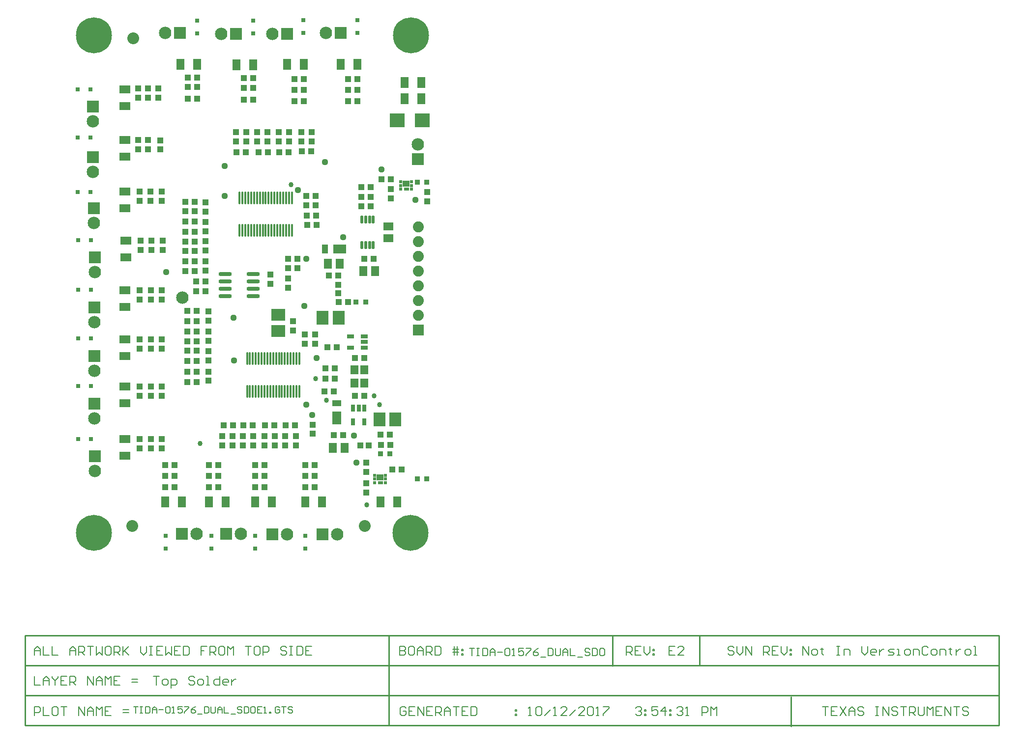
<source format=gts>
G04 Layer_Color=8388736*
%FSLAX25Y25*%
%MOIN*%
G70*
G01*
G75*
%ADD38C,0.01000*%
%ADD46C,0.00800*%
%ADD50C,0.08000*%
%ADD67O,0.01581X0.08471*%
%ADD68R,0.05400X0.06700*%
%ADD69R,0.05912X0.09061*%
%ADD70R,0.05912X0.03943*%
%ADD71R,0.02762X0.02762*%
%ADD72R,0.04140X0.04337*%
%ADD73R,0.05518X0.06306*%
%ADD74R,0.03600X0.03600*%
%ADD75R,0.02191X0.01975*%
%ADD76R,0.02091X0.01875*%
%ADD77R,0.04631X0.04434*%
%ADD78R,0.03647X0.01875*%
%ADD79R,0.08077X0.09258*%
%ADD80R,0.10243X0.09455*%
%ADD81R,0.04337X0.04140*%
%ADD82R,0.02959X0.04731*%
%ADD83R,0.05518X0.07684*%
%ADD84R,0.02762X0.02762*%
%ADD85R,0.04140X0.04337*%
%ADD86R,0.07684X0.05518*%
%ADD87R,0.04337X0.04140*%
%ADD88R,0.04731X0.02959*%
%ADD89R,0.09258X0.08077*%
%ADD90R,0.09061X0.05912*%
%ADD91R,0.03943X0.05912*%
%ADD92O,0.02172X0.05715*%
%ADD93R,0.06700X0.05400*%
%ADD94O,0.09061X0.02762*%
%ADD95C,0.03400*%
%ADD96C,0.07408*%
%ADD97R,0.07408X0.07408*%
%ADD98C,0.08400*%
%ADD99R,0.08400X0.08400*%
%ADD100C,0.24400*%
%ADD101C,0.04400*%
%ADD102R,0.08400X0.08400*%
G54D38*
X428000Y-72683D02*
Y-52350D01*
X369000Y-73000D02*
Y-52667D01*
X-29200Y-72683D02*
X631000D01*
X-29200Y-93017D02*
X630800D01*
X-29200Y-113350D02*
X371300D01*
X-29150Y-52350D02*
X631000D01*
X-29150Y-113350D02*
Y-52350D01*
Y-113350D02*
X128400D01*
X-29200D02*
Y-52350D01*
X217300Y-113350D02*
Y-52350D01*
X631000Y-113350D02*
Y-52350D01*
X371300Y-113350D02*
X631000D01*
X490200Y-114000D02*
Y-93717D01*
G54D46*
X57700Y-79851D02*
X61699D01*
X59699D01*
Y-85849D01*
X64698D02*
X66697D01*
X67697Y-84850D01*
Y-82850D01*
X66697Y-81851D01*
X64698D01*
X63698Y-82850D01*
Y-84850D01*
X64698Y-85849D01*
X69696Y-87849D02*
Y-81851D01*
X72695D01*
X73695Y-82850D01*
Y-84850D01*
X72695Y-85849D01*
X69696D01*
X85691Y-80851D02*
X84691Y-79851D01*
X82692D01*
X81692Y-80851D01*
Y-81851D01*
X82692Y-82850D01*
X84691D01*
X85691Y-83850D01*
Y-84850D01*
X84691Y-85849D01*
X82692D01*
X81692Y-84850D01*
X88690Y-85849D02*
X90689D01*
X91689Y-84850D01*
Y-82850D01*
X90689Y-81851D01*
X88690D01*
X87690Y-82850D01*
Y-84850D01*
X88690Y-85849D01*
X93688D02*
X95688D01*
X94688D01*
Y-79851D01*
X93688D01*
X102685D02*
Y-85849D01*
X99686D01*
X98687Y-84850D01*
Y-82850D01*
X99686Y-81851D01*
X102685D01*
X107684Y-85849D02*
X105684D01*
X104685Y-84850D01*
Y-82850D01*
X105684Y-81851D01*
X107684D01*
X108684Y-82850D01*
Y-83850D01*
X104685D01*
X110683Y-81851D02*
Y-85849D01*
Y-83850D01*
X111682Y-82850D01*
X112682Y-81851D01*
X113682D01*
X57700Y-79851D02*
X61699D01*
X59699D01*
Y-85849D01*
X64698D02*
X66697D01*
X67697Y-84850D01*
Y-82850D01*
X66697Y-81851D01*
X64698D01*
X63698Y-82850D01*
Y-84850D01*
X64698Y-85849D01*
X69696Y-87849D02*
Y-81851D01*
X72695D01*
X73695Y-82850D01*
Y-84850D01*
X72695Y-85849D01*
X69696D01*
X85691Y-80851D02*
X84691Y-79851D01*
X82692D01*
X81692Y-80851D01*
Y-81851D01*
X82692Y-82850D01*
X84691D01*
X85691Y-83850D01*
Y-84850D01*
X84691Y-85849D01*
X82692D01*
X81692Y-84850D01*
X88690Y-85849D02*
X90689D01*
X91689Y-84850D01*
Y-82850D01*
X90689Y-81851D01*
X88690D01*
X87690Y-82850D01*
Y-84850D01*
X88690Y-85849D01*
X93688D02*
X95688D01*
X94688D01*
Y-79851D01*
X93688D01*
X102685D02*
Y-85849D01*
X99686D01*
X98687Y-84850D01*
Y-82850D01*
X99686Y-81851D01*
X102685D01*
X107684Y-85849D02*
X105684D01*
X104685Y-84850D01*
Y-82850D01*
X105684Y-81851D01*
X107684D01*
X108684Y-82850D01*
Y-83850D01*
X104685D01*
X110683Y-81851D02*
Y-85849D01*
Y-83850D01*
X111682Y-82850D01*
X112682Y-81851D01*
X113682D01*
X498200Y-65567D02*
Y-59569D01*
X502199Y-65567D01*
Y-59569D01*
X505198Y-65567D02*
X507197D01*
X508197Y-64567D01*
Y-62568D01*
X507197Y-61568D01*
X505198D01*
X504198Y-62568D01*
Y-64567D01*
X505198Y-65567D01*
X511196Y-60568D02*
Y-61568D01*
X510196D01*
X512195D01*
X511196D01*
Y-64567D01*
X512195Y-65567D01*
X521193Y-59569D02*
X523192D01*
X522192D01*
Y-65567D01*
X521193D01*
X523192D01*
X526191D02*
Y-61568D01*
X529190D01*
X530190Y-62568D01*
Y-65567D01*
X538187Y-59569D02*
Y-63567D01*
X540186Y-65567D01*
X542186Y-63567D01*
Y-59569D01*
X547184Y-65567D02*
X545185D01*
X544185Y-64567D01*
Y-62568D01*
X545185Y-61568D01*
X547184D01*
X548184Y-62568D01*
Y-63567D01*
X544185D01*
X550183Y-61568D02*
Y-65567D01*
Y-63567D01*
X551183Y-62568D01*
X552182Y-61568D01*
X553182D01*
X556181Y-65567D02*
X559180D01*
X560180Y-64567D01*
X559180Y-63567D01*
X557181D01*
X556181Y-62568D01*
X557181Y-61568D01*
X560180D01*
X562179Y-65567D02*
X564179D01*
X563179D01*
Y-61568D01*
X562179D01*
X568177Y-65567D02*
X570177D01*
X571176Y-64567D01*
Y-62568D01*
X570177Y-61568D01*
X568177D01*
X567178Y-62568D01*
Y-64567D01*
X568177Y-65567D01*
X573176D02*
Y-61568D01*
X576175D01*
X577174Y-62568D01*
Y-65567D01*
X583173Y-60568D02*
X582173Y-59569D01*
X580173D01*
X579174Y-60568D01*
Y-64567D01*
X580173Y-65567D01*
X582173D01*
X583173Y-64567D01*
X586171Y-65567D02*
X588171D01*
X589171Y-64567D01*
Y-62568D01*
X588171Y-61568D01*
X586171D01*
X585172Y-62568D01*
Y-64567D01*
X586171Y-65567D01*
X591170D02*
Y-61568D01*
X594169D01*
X595169Y-62568D01*
Y-65567D01*
X598168Y-60568D02*
Y-61568D01*
X597168D01*
X599167D01*
X598168D01*
Y-64567D01*
X599167Y-65567D01*
X602166Y-61568D02*
Y-65567D01*
Y-63567D01*
X603166Y-62568D01*
X604166Y-61568D01*
X605165D01*
X609164Y-65567D02*
X611164D01*
X612163Y-64567D01*
Y-62568D01*
X611164Y-61568D01*
X609164D01*
X608164Y-62568D01*
Y-64567D01*
X609164Y-65567D01*
X614162D02*
X616162D01*
X615162D01*
Y-59569D01*
X614162D01*
X451599Y-60568D02*
X450599Y-59569D01*
X448600D01*
X447600Y-60568D01*
Y-61568D01*
X448600Y-62568D01*
X450599D01*
X451599Y-63567D01*
Y-64567D01*
X450599Y-65567D01*
X448600D01*
X447600Y-64567D01*
X453598Y-59569D02*
Y-63567D01*
X455597Y-65567D01*
X457597Y-63567D01*
Y-59569D01*
X459596Y-65567D02*
Y-59569D01*
X463595Y-65567D01*
Y-59569D01*
X471592Y-65567D02*
Y-59569D01*
X474591D01*
X475591Y-60568D01*
Y-62568D01*
X474591Y-63567D01*
X471592D01*
X473592D02*
X475591Y-65567D01*
X481589Y-59569D02*
X477590D01*
Y-65567D01*
X481589D01*
X477590Y-62568D02*
X479590D01*
X483588Y-59569D02*
Y-63567D01*
X485588Y-65567D01*
X487587Y-63567D01*
Y-59569D01*
X489586Y-61568D02*
X490586D01*
Y-62568D01*
X489586D01*
Y-61568D01*
Y-64567D02*
X490586D01*
Y-65567D01*
X489586D01*
Y-64567D01*
X378500Y-65700D02*
Y-59702D01*
X381499D01*
X382499Y-60702D01*
Y-62701D01*
X381499Y-63701D01*
X378500D01*
X380499D02*
X382499Y-65700D01*
X388497Y-59702D02*
X384498D01*
Y-65700D01*
X388497D01*
X384498Y-62701D02*
X386497D01*
X390496Y-59702D02*
Y-63701D01*
X392495Y-65700D01*
X394495Y-63701D01*
Y-59702D01*
X396494Y-61701D02*
X397494D01*
Y-62701D01*
X396494D01*
Y-61701D01*
Y-64700D02*
X397494D01*
Y-65700D01*
X396494D01*
Y-64700D01*
X411489Y-59702D02*
X407491D01*
Y-65700D01*
X411489D01*
X407491Y-62701D02*
X409490D01*
X417487Y-65700D02*
X413489D01*
X417487Y-61701D01*
Y-60702D01*
X416488Y-59702D01*
X414488D01*
X413489Y-60702D01*
X44300Y-100401D02*
X47299D01*
X45799D01*
Y-104900D01*
X48799Y-100401D02*
X50298D01*
X49548D01*
Y-104900D01*
X48799D01*
X50298D01*
X52547Y-100401D02*
Y-104900D01*
X54797D01*
X55546Y-104150D01*
Y-101151D01*
X54797Y-100401D01*
X52547D01*
X57046Y-104900D02*
Y-101901D01*
X58545Y-100401D01*
X60045Y-101901D01*
Y-104900D01*
Y-102651D01*
X57046D01*
X61544D02*
X64543D01*
X66043Y-101151D02*
X66793Y-100401D01*
X68292D01*
X69042Y-101151D01*
Y-104150D01*
X68292Y-104900D01*
X66793D01*
X66043Y-104150D01*
Y-101151D01*
X70542Y-104900D02*
X72041D01*
X71291D01*
Y-100401D01*
X70542Y-101151D01*
X77289Y-100401D02*
X74290D01*
Y-102651D01*
X75790Y-101901D01*
X76540D01*
X77289Y-102651D01*
Y-104150D01*
X76540Y-104900D01*
X75040D01*
X74290Y-104150D01*
X78789Y-100401D02*
X81788D01*
Y-101151D01*
X78789Y-104150D01*
Y-104900D01*
X86286Y-100401D02*
X84787Y-101151D01*
X83287Y-102651D01*
Y-104150D01*
X84037Y-104900D01*
X85537D01*
X86286Y-104150D01*
Y-103401D01*
X85537Y-102651D01*
X83287D01*
X87786Y-105650D02*
X90785D01*
X92285Y-100401D02*
Y-104900D01*
X94534D01*
X95284Y-104150D01*
Y-101151D01*
X94534Y-100401D01*
X92285D01*
X96783D02*
Y-104150D01*
X97533Y-104900D01*
X99032D01*
X99782Y-104150D01*
Y-100401D01*
X101282Y-104900D02*
Y-101901D01*
X102781Y-100401D01*
X104281Y-101901D01*
Y-104900D01*
Y-102651D01*
X101282D01*
X105780Y-100401D02*
Y-104900D01*
X108779D01*
X110279Y-105650D02*
X113278D01*
X117776Y-101151D02*
X117026Y-100401D01*
X115527D01*
X114777Y-101151D01*
Y-101901D01*
X115527Y-102651D01*
X117026D01*
X117776Y-103401D01*
Y-104150D01*
X117026Y-104900D01*
X115527D01*
X114777Y-104150D01*
X119276Y-100401D02*
Y-104900D01*
X121525D01*
X122275Y-104150D01*
Y-101151D01*
X121525Y-100401D01*
X119276D01*
X126024D02*
X124524D01*
X123774Y-101151D01*
Y-104150D01*
X124524Y-104900D01*
X126024D01*
X126773Y-104150D01*
Y-101151D01*
X126024Y-100401D01*
X131272D02*
X128273D01*
Y-104900D01*
X131272D01*
X128273Y-102651D02*
X129772D01*
X132772Y-104900D02*
X134271D01*
X133521D01*
Y-100401D01*
X132772Y-101151D01*
X136520Y-104900D02*
Y-104150D01*
X137270D01*
Y-104900D01*
X136520D01*
X143268Y-101151D02*
X142518Y-100401D01*
X141019D01*
X140269Y-101151D01*
Y-104150D01*
X141019Y-104900D01*
X142518D01*
X143268Y-104150D01*
Y-102651D01*
X141769D01*
X144768Y-100401D02*
X147767D01*
X146267D01*
Y-104900D01*
X152265Y-101151D02*
X151515Y-100401D01*
X150016D01*
X149266Y-101151D01*
Y-101901D01*
X150016Y-102651D01*
X151515D01*
X152265Y-103401D01*
Y-104150D01*
X151515Y-104900D01*
X150016D01*
X149266Y-104150D01*
X311950Y-106433D02*
X313949D01*
X312950D01*
Y-100435D01*
X311950Y-101435D01*
X316948D02*
X317948Y-100435D01*
X319947D01*
X320947Y-101435D01*
Y-105434D01*
X319947Y-106433D01*
X317948D01*
X316948Y-105434D01*
Y-101435D01*
X322946Y-106433D02*
X326945Y-102435D01*
X328944Y-106433D02*
X330944D01*
X329944D01*
Y-100435D01*
X328944Y-101435D01*
X337942Y-106433D02*
X333943D01*
X337942Y-102435D01*
Y-101435D01*
X336942Y-100435D01*
X334943D01*
X333943Y-101435D01*
X339941Y-106433D02*
X343940Y-102435D01*
X349938Y-106433D02*
X345939D01*
X349938Y-102435D01*
Y-101435D01*
X348938Y-100435D01*
X346939D01*
X345939Y-101435D01*
X351937D02*
X352937Y-100435D01*
X354936D01*
X355936Y-101435D01*
Y-105434D01*
X354936Y-106433D01*
X352937D01*
X351937Y-105434D01*
Y-101435D01*
X357935Y-106433D02*
X359934D01*
X358935D01*
Y-100435D01*
X357935Y-101435D01*
X362933Y-100435D02*
X366932D01*
Y-101435D01*
X362933Y-105434D01*
Y-106433D01*
X228999Y-101435D02*
X227999Y-100435D01*
X226000D01*
X225000Y-101435D01*
Y-105434D01*
X226000Y-106433D01*
X227999D01*
X228999Y-105434D01*
Y-103435D01*
X226999D01*
X234997Y-100435D02*
X230998D01*
Y-106433D01*
X234997D01*
X230998Y-103435D02*
X232997D01*
X236996Y-106433D02*
Y-100435D01*
X240995Y-106433D01*
Y-100435D01*
X246993D02*
X242994D01*
Y-106433D01*
X246993D01*
X242994Y-103435D02*
X244993D01*
X248992Y-106433D02*
Y-100435D01*
X251991D01*
X252991Y-101435D01*
Y-103435D01*
X251991Y-104434D01*
X248992D01*
X250992D02*
X252991Y-106433D01*
X254990D02*
Y-102435D01*
X256990Y-100435D01*
X258989Y-102435D01*
Y-106433D01*
Y-103435D01*
X254990D01*
X260988Y-100435D02*
X264987D01*
X262988D01*
Y-106433D01*
X270985Y-100435D02*
X266986D01*
Y-106433D01*
X270985D01*
X266986Y-103435D02*
X268986D01*
X272985Y-100435D02*
Y-106433D01*
X275984D01*
X276983Y-105434D01*
Y-101435D01*
X275984Y-100435D01*
X272985D01*
X302975Y-102435D02*
X303975D01*
Y-103435D01*
X302975D01*
Y-102435D01*
Y-105434D02*
X303975D01*
Y-106433D01*
X302975D01*
Y-105434D01*
X-22850Y-65567D02*
Y-61568D01*
X-20851Y-59569D01*
X-18851Y-61568D01*
Y-65567D01*
Y-62568D01*
X-22850D01*
X-16852Y-59569D02*
Y-65567D01*
X-12853D01*
X-10854Y-59569D02*
Y-65567D01*
X-6855D01*
X1142D02*
Y-61568D01*
X3142Y-59569D01*
X5141Y-61568D01*
Y-65567D01*
Y-62568D01*
X1142D01*
X7140Y-65567D02*
Y-59569D01*
X10139D01*
X11139Y-60568D01*
Y-62568D01*
X10139Y-63567D01*
X7140D01*
X9140D02*
X11139Y-65567D01*
X13138Y-59569D02*
X17137D01*
X15138D01*
Y-65567D01*
X19136Y-59569D02*
Y-65567D01*
X21136Y-63567D01*
X23135Y-65567D01*
Y-59569D01*
X28133D02*
X26134D01*
X25135Y-60568D01*
Y-64567D01*
X26134Y-65567D01*
X28133D01*
X29133Y-64567D01*
Y-60568D01*
X28133Y-59569D01*
X31133Y-65567D02*
Y-59569D01*
X34132D01*
X35131Y-60568D01*
Y-62568D01*
X34132Y-63567D01*
X31133D01*
X33132D02*
X35131Y-65567D01*
X37131Y-59569D02*
Y-65567D01*
Y-63567D01*
X41129Y-59569D01*
X38130Y-62568D01*
X41129Y-65567D01*
X49127Y-59569D02*
Y-63567D01*
X51126Y-65567D01*
X53125Y-63567D01*
Y-59569D01*
X55125D02*
X57124D01*
X56125D01*
Y-65567D01*
X55125D01*
X57124D01*
X64122Y-59569D02*
X60123D01*
Y-65567D01*
X64122D01*
X60123Y-62568D02*
X62122D01*
X66121Y-59569D02*
Y-65567D01*
X68121Y-63567D01*
X70120Y-65567D01*
Y-59569D01*
X76118D02*
X72119D01*
Y-65567D01*
X76118D01*
X72119Y-62568D02*
X74119D01*
X78117Y-59569D02*
Y-65567D01*
X81116D01*
X82116Y-64567D01*
Y-60568D01*
X81116Y-59569D01*
X78117D01*
X94112D02*
X90114D01*
Y-62568D01*
X92113D01*
X90114D01*
Y-65567D01*
X96112D02*
Y-59569D01*
X99111D01*
X100110Y-60568D01*
Y-62568D01*
X99111Y-63567D01*
X96112D01*
X98111D02*
X100110Y-65567D01*
X105109Y-59569D02*
X103109D01*
X102110Y-60568D01*
Y-64567D01*
X103109Y-65567D01*
X105109D01*
X106108Y-64567D01*
Y-60568D01*
X105109Y-59569D01*
X108108Y-65567D02*
Y-59569D01*
X110107Y-61568D01*
X112106Y-59569D01*
Y-65567D01*
X120104Y-59569D02*
X124102D01*
X122103D01*
Y-65567D01*
X129101Y-59569D02*
X127102D01*
X126102Y-60568D01*
Y-64567D01*
X127102Y-65567D01*
X129101D01*
X130101Y-64567D01*
Y-60568D01*
X129101Y-59569D01*
X132100Y-65567D02*
Y-59569D01*
X135099D01*
X136099Y-60568D01*
Y-62568D01*
X135099Y-63567D01*
X132100D01*
X148095Y-60568D02*
X147095Y-59569D01*
X145096D01*
X144096Y-60568D01*
Y-61568D01*
X145096Y-62568D01*
X147095D01*
X148095Y-63567D01*
Y-64567D01*
X147095Y-65567D01*
X145096D01*
X144096Y-64567D01*
X150094Y-59569D02*
X152093D01*
X151094D01*
Y-65567D01*
X150094D01*
X152093D01*
X155092Y-59569D02*
Y-65567D01*
X158091D01*
X159091Y-64567D01*
Y-60568D01*
X158091Y-59569D01*
X155092D01*
X165089D02*
X161091D01*
Y-65567D01*
X165089D01*
X161091Y-62568D02*
X163090D01*
X272000Y-61002D02*
X275332D01*
X273666D01*
Y-66000D01*
X276998Y-61002D02*
X278664D01*
X277831D01*
Y-66000D01*
X276998D01*
X278664D01*
X281164Y-61002D02*
Y-66000D01*
X283663D01*
X284496Y-65167D01*
Y-61835D01*
X283663Y-61002D01*
X281164D01*
X286162Y-66000D02*
Y-62668D01*
X287828Y-61002D01*
X289494Y-62668D01*
Y-66000D01*
Y-63501D01*
X286162D01*
X291160D02*
X294493D01*
X296159Y-61835D02*
X296992Y-61002D01*
X298658D01*
X299491Y-61835D01*
Y-65167D01*
X298658Y-66000D01*
X296992D01*
X296159Y-65167D01*
Y-61835D01*
X301157Y-66000D02*
X302823D01*
X301990D01*
Y-61002D01*
X301157Y-61835D01*
X308655Y-61002D02*
X305323D01*
Y-63501D01*
X306989Y-62668D01*
X307822D01*
X308655Y-63501D01*
Y-65167D01*
X307822Y-66000D01*
X306156D01*
X305323Y-65167D01*
X310321Y-61002D02*
X313653D01*
Y-61835D01*
X310321Y-65167D01*
Y-66000D01*
X318652Y-61002D02*
X316985Y-61835D01*
X315319Y-63501D01*
Y-65167D01*
X316152Y-66000D01*
X317818D01*
X318652Y-65167D01*
Y-64334D01*
X317818Y-63501D01*
X315319D01*
X320318Y-66833D02*
X323650D01*
X325316Y-61002D02*
Y-66000D01*
X327815D01*
X328648Y-65167D01*
Y-61835D01*
X327815Y-61002D01*
X325316D01*
X330314D02*
Y-65167D01*
X331148Y-66000D01*
X332814D01*
X333647Y-65167D01*
Y-61002D01*
X335313Y-66000D02*
Y-62668D01*
X336979Y-61002D01*
X338645Y-62668D01*
Y-66000D01*
Y-63501D01*
X335313D01*
X340311Y-61002D02*
Y-66000D01*
X343643D01*
X345310Y-66833D02*
X348642D01*
X353640Y-61835D02*
X352807Y-61002D01*
X351141D01*
X350308Y-61835D01*
Y-62668D01*
X351141Y-63501D01*
X352807D01*
X353640Y-64334D01*
Y-65167D01*
X352807Y-66000D01*
X351141D01*
X350308Y-65167D01*
X355306Y-61002D02*
Y-66000D01*
X357805D01*
X358639Y-65167D01*
Y-61835D01*
X357805Y-61002D01*
X355306D01*
X362804D02*
X361138D01*
X360305Y-61835D01*
Y-65167D01*
X361138Y-66000D01*
X362804D01*
X363637Y-65167D01*
Y-61835D01*
X362804Y-61002D01*
X224800Y-59569D02*
Y-65567D01*
X227799D01*
X228799Y-64567D01*
Y-63567D01*
X227799Y-62568D01*
X224800D01*
X227799D01*
X228799Y-61568D01*
Y-60568D01*
X227799Y-59569D01*
X224800D01*
X233797D02*
X231798D01*
X230798Y-60568D01*
Y-64567D01*
X231798Y-65567D01*
X233797D01*
X234797Y-64567D01*
Y-60568D01*
X233797Y-59569D01*
X236796Y-65567D02*
Y-61568D01*
X238795Y-59569D01*
X240795Y-61568D01*
Y-65567D01*
Y-62568D01*
X236796D01*
X242794Y-65567D02*
Y-59569D01*
X245793D01*
X246793Y-60568D01*
Y-62568D01*
X245793Y-63567D01*
X242794D01*
X244794D02*
X246793Y-65567D01*
X248792Y-59569D02*
Y-65567D01*
X251791D01*
X252791Y-64567D01*
Y-60568D01*
X251791Y-59569D01*
X248792D01*
X261788Y-65567D02*
Y-59569D01*
X263787D02*
Y-65567D01*
X260788Y-61568D02*
X263787D01*
X264787D01*
X260788Y-63567D02*
X264787D01*
X266786Y-61568D02*
X267786D01*
Y-62568D01*
X266786D01*
Y-61568D01*
Y-64567D02*
X267786D01*
Y-65567D01*
X266786D01*
Y-64567D01*
X-22850Y-79851D02*
Y-85849D01*
X-18851D01*
X-16852D02*
Y-81851D01*
X-14853Y-79851D01*
X-12853Y-81851D01*
Y-85849D01*
Y-82850D01*
X-16852D01*
X-10854Y-79851D02*
Y-80851D01*
X-8855Y-82850D01*
X-6855Y-80851D01*
Y-79851D01*
X-8855Y-82850D02*
Y-85849D01*
X-857Y-79851D02*
X-4856D01*
Y-85849D01*
X-857D01*
X-4856Y-82850D02*
X-2857D01*
X1142Y-85849D02*
Y-79851D01*
X4141D01*
X5141Y-80851D01*
Y-82850D01*
X4141Y-83850D01*
X1142D01*
X3142D02*
X5141Y-85849D01*
X13138D02*
Y-79851D01*
X17137Y-85849D01*
Y-79851D01*
X19136Y-85849D02*
Y-81851D01*
X21136Y-79851D01*
X23135Y-81851D01*
Y-85849D01*
Y-82850D01*
X19136D01*
X25135Y-85849D02*
Y-79851D01*
X27134Y-81851D01*
X29133Y-79851D01*
Y-85849D01*
X35131Y-79851D02*
X31133D01*
Y-85849D01*
X35131D01*
X31133Y-82850D02*
X33132D01*
X43129Y-83850D02*
X47127D01*
X43129Y-81851D02*
X47127D01*
X-22850Y-106433D02*
Y-100435D01*
X-19851D01*
X-18851Y-101435D01*
Y-103435D01*
X-19851Y-104434D01*
X-22850D01*
X-16852Y-100435D02*
Y-106433D01*
X-12853D01*
X-7855Y-100435D02*
X-9854D01*
X-10854Y-101435D01*
Y-105434D01*
X-9854Y-106433D01*
X-7855D01*
X-6855Y-105434D01*
Y-101435D01*
X-7855Y-100435D01*
X-4856D02*
X-857D01*
X-2857D01*
Y-106433D01*
X7140D02*
Y-100435D01*
X11139Y-106433D01*
Y-100435D01*
X13138Y-106433D02*
Y-102435D01*
X15138Y-100435D01*
X17137Y-102435D01*
Y-106433D01*
Y-103435D01*
X13138D01*
X19136Y-106433D02*
Y-100435D01*
X21136Y-102435D01*
X23135Y-100435D01*
Y-106433D01*
X29133Y-100435D02*
X25135D01*
Y-106433D01*
X29133D01*
X25135Y-103435D02*
X27134D01*
X37131Y-104434D02*
X41129D01*
X37131Y-102435D02*
X41129D01*
X384850Y-101435D02*
X385850Y-100435D01*
X387849D01*
X388849Y-101435D01*
Y-102435D01*
X387849Y-103435D01*
X386849D01*
X387849D01*
X388849Y-104434D01*
Y-105434D01*
X387849Y-106433D01*
X385850D01*
X384850Y-105434D01*
X390848Y-102435D02*
X391848D01*
Y-103435D01*
X390848D01*
Y-102435D01*
Y-105434D02*
X391848D01*
Y-106433D01*
X390848D01*
Y-105434D01*
X399845Y-100435D02*
X395846D01*
Y-103435D01*
X397846Y-102435D01*
X398846D01*
X399845Y-103435D01*
Y-105434D01*
X398846Y-106433D01*
X396846D01*
X395846Y-105434D01*
X404844Y-106433D02*
Y-100435D01*
X401845Y-103435D01*
X405843D01*
X407843Y-102435D02*
X408842D01*
Y-103435D01*
X407843D01*
Y-102435D01*
Y-105434D02*
X408842D01*
Y-106433D01*
X407843D01*
Y-105434D01*
X412841Y-101435D02*
X413841Y-100435D01*
X415840D01*
X416840Y-101435D01*
Y-102435D01*
X415840Y-103435D01*
X414840D01*
X415840D01*
X416840Y-104434D01*
Y-105434D01*
X415840Y-106433D01*
X413841D01*
X412841Y-105434D01*
X418839Y-106433D02*
X420838D01*
X419839D01*
Y-100435D01*
X418839Y-101435D01*
X429835Y-106433D02*
Y-100435D01*
X432834D01*
X433834Y-101435D01*
Y-103435D01*
X432834Y-104434D01*
X429835D01*
X435834Y-106433D02*
Y-100435D01*
X437833Y-102435D01*
X439832Y-100435D01*
Y-106433D01*
X511300Y-100435D02*
X515299D01*
X513299D01*
Y-106433D01*
X521297Y-100435D02*
X517298D01*
Y-106433D01*
X521297D01*
X517298Y-103435D02*
X519297D01*
X523296Y-100435D02*
X527295Y-106433D01*
Y-100435D02*
X523296Y-106433D01*
X529294D02*
Y-102435D01*
X531293Y-100435D01*
X533293Y-102435D01*
Y-106433D01*
Y-103435D01*
X529294D01*
X539291Y-101435D02*
X538291Y-100435D01*
X536292D01*
X535292Y-101435D01*
Y-102435D01*
X536292Y-103435D01*
X538291D01*
X539291Y-104434D01*
Y-105434D01*
X538291Y-106433D01*
X536292D01*
X535292Y-105434D01*
X547288Y-100435D02*
X549288D01*
X548288D01*
Y-106433D01*
X547288D01*
X549288D01*
X552287D02*
Y-100435D01*
X556285Y-106433D01*
Y-100435D01*
X562284Y-101435D02*
X561284Y-100435D01*
X559284D01*
X558285Y-101435D01*
Y-102435D01*
X559284Y-103435D01*
X561284D01*
X562284Y-104434D01*
Y-105434D01*
X561284Y-106433D01*
X559284D01*
X558285Y-105434D01*
X564283Y-100435D02*
X568282D01*
X566282D01*
Y-106433D01*
X570281D02*
Y-100435D01*
X573280D01*
X574280Y-101435D01*
Y-103435D01*
X573280Y-104434D01*
X570281D01*
X572280D02*
X574280Y-106433D01*
X576279Y-100435D02*
Y-105434D01*
X577279Y-106433D01*
X579278D01*
X580278Y-105434D01*
Y-100435D01*
X582277Y-106433D02*
Y-100435D01*
X584276Y-102435D01*
X586276Y-100435D01*
Y-106433D01*
X592274Y-100435D02*
X588275D01*
Y-106433D01*
X592274D01*
X588275Y-103435D02*
X590274D01*
X594273Y-106433D02*
Y-100435D01*
X598272Y-106433D01*
Y-100435D01*
X600271D02*
X604270D01*
X602271D01*
Y-106433D01*
X610268Y-101435D02*
X609268Y-100435D01*
X607269D01*
X606269Y-101435D01*
Y-102435D01*
X607269Y-103435D01*
X609268D01*
X610268Y-104434D01*
Y-105434D01*
X609268Y-106433D01*
X607269D01*
X606269Y-105434D01*
G54D50*
X201000Y22000D02*
D03*
X43300D02*
D03*
X44000Y353000D02*
D03*
G54D67*
X151650Y244921D02*
D03*
X149681D02*
D03*
X147713D02*
D03*
X145744D02*
D03*
X143776D02*
D03*
X141807D02*
D03*
X139839D02*
D03*
X137870D02*
D03*
X135902D02*
D03*
X133933D02*
D03*
X131965D02*
D03*
X129996D02*
D03*
X128028D02*
D03*
X126059D02*
D03*
X124091D02*
D03*
X122122D02*
D03*
X120153D02*
D03*
X118185D02*
D03*
X116217D02*
D03*
X151650Y222677D02*
D03*
X149681D02*
D03*
X147713D02*
D03*
X145744D02*
D03*
X143776D02*
D03*
X141807D02*
D03*
X139839D02*
D03*
X137870D02*
D03*
X135902D02*
D03*
X133933D02*
D03*
X131965D02*
D03*
X129996D02*
D03*
X128028D02*
D03*
X126059D02*
D03*
X124091D02*
D03*
X122122D02*
D03*
X120153D02*
D03*
X118185D02*
D03*
X116217D02*
D03*
X156717Y135622D02*
D03*
X154748D02*
D03*
X152779D02*
D03*
X150811D02*
D03*
X148843D02*
D03*
X146874D02*
D03*
X144905D02*
D03*
X142937D02*
D03*
X140969D02*
D03*
X139000D02*
D03*
X137031D02*
D03*
X135063D02*
D03*
X133095D02*
D03*
X131126D02*
D03*
X129157D02*
D03*
X127189D02*
D03*
X125221D02*
D03*
X123252D02*
D03*
X121283D02*
D03*
X156717Y113378D02*
D03*
X154748D02*
D03*
X152779D02*
D03*
X150811D02*
D03*
X148843D02*
D03*
X146874D02*
D03*
X144905D02*
D03*
X142937D02*
D03*
X140969D02*
D03*
X139000D02*
D03*
X137031D02*
D03*
X135063D02*
D03*
X133095D02*
D03*
X131126D02*
D03*
X129157D02*
D03*
X127189D02*
D03*
X125221D02*
D03*
X123252D02*
D03*
X121283D02*
D03*
G54D68*
X187600Y75200D02*
D03*
X179600D02*
D03*
X184000Y200000D02*
D03*
X176000D02*
D03*
X200000Y195000D02*
D03*
X208000D02*
D03*
G54D69*
X182100Y95580D02*
D03*
G54D70*
Y105620D02*
D03*
G54D71*
X6669Y149500D02*
D03*
X15331D02*
D03*
Y216000D02*
D03*
X6669D02*
D03*
X15131Y248900D02*
D03*
X6469D02*
D03*
X6669Y182300D02*
D03*
X15331D02*
D03*
X15231Y318300D02*
D03*
X6569D02*
D03*
X15231Y285950D02*
D03*
X6569D02*
D03*
X6669Y117000D02*
D03*
X15331D02*
D03*
X6769Y81200D02*
D03*
X15431D02*
D03*
G54D72*
X197947Y76800D02*
D03*
X203853D02*
D03*
G54D73*
X194153Y119000D02*
D03*
X200847D02*
D03*
Y128000D02*
D03*
X194153D02*
D03*
G54D74*
X236752Y54000D02*
D03*
X243248D02*
D03*
X195252Y174000D02*
D03*
X201748D02*
D03*
X211752Y71000D02*
D03*
X218248D02*
D03*
X243248Y255500D02*
D03*
X236752D02*
D03*
G54D75*
X215132Y51441D02*
D03*
X207868D02*
D03*
X232764Y250641D02*
D03*
X225500D02*
D03*
G54D76*
X215132Y54000D02*
D03*
Y56559D02*
D03*
X207868Y54000D02*
D03*
Y56559D02*
D03*
X232764Y253200D02*
D03*
Y255759D02*
D03*
X225500Y253200D02*
D03*
Y255759D02*
D03*
G54D77*
X211500Y55279D02*
D03*
X229132Y254480D02*
D03*
G54D78*
X211878Y51441D02*
D03*
X229510Y250641D02*
D03*
G54D79*
X221813Y94600D02*
D03*
X210987D02*
D03*
X172587Y163500D02*
D03*
X183413D02*
D03*
G54D80*
X223071Y297500D02*
D03*
X240000D02*
D03*
G54D81*
X211750Y84200D02*
D03*
X218050D02*
D03*
X167983Y232911D02*
D03*
X161683D02*
D03*
X168283Y226311D02*
D03*
X161984D02*
D03*
X200650Y110500D02*
D03*
X194350D02*
D03*
X218650Y257500D02*
D03*
X212350D02*
D03*
X72150Y63500D02*
D03*
X65850D02*
D03*
X65850Y56000D02*
D03*
X72150D02*
D03*
X65850Y48500D02*
D03*
X72150D02*
D03*
X101650Y63500D02*
D03*
X95350D02*
D03*
X95350Y56000D02*
D03*
X101650D02*
D03*
X95350Y48500D02*
D03*
X101650D02*
D03*
X133150Y63500D02*
D03*
X126850D02*
D03*
X126850Y56000D02*
D03*
X133150D02*
D03*
X126850Y48500D02*
D03*
X133150D02*
D03*
X167150Y63500D02*
D03*
X160850D02*
D03*
X160850Y56000D02*
D03*
X167150D02*
D03*
X160850Y48500D02*
D03*
X167150D02*
D03*
X87150Y126773D02*
D03*
X80850D02*
D03*
X212050Y77100D02*
D03*
X218350D02*
D03*
X180250Y83700D02*
D03*
X186550D02*
D03*
X196150Y318000D02*
D03*
X189850D02*
D03*
X87299Y320000D02*
D03*
X81000D02*
D03*
X125299Y319500D02*
D03*
X119000D02*
D03*
X159650Y325500D02*
D03*
X153350D02*
D03*
X196150D02*
D03*
X189850D02*
D03*
X87299Y326500D02*
D03*
X81000D02*
D03*
X125299Y326000D02*
D03*
X119000D02*
D03*
X79484Y195220D02*
D03*
X85783D02*
D03*
X158473Y276311D02*
D03*
X164772D02*
D03*
X79484Y201720D02*
D03*
X85783D02*
D03*
X79484Y208720D02*
D03*
X85783D02*
D03*
X142973Y275811D02*
D03*
X149272D02*
D03*
X79484Y215220D02*
D03*
X85783D02*
D03*
X79484Y221721D02*
D03*
X85783D02*
D03*
X128972Y275811D02*
D03*
X135272D02*
D03*
X79484Y228720D02*
D03*
X85783D02*
D03*
X79484Y235720D02*
D03*
X85783D02*
D03*
X113972Y275811D02*
D03*
X120272D02*
D03*
X79484Y242220D02*
D03*
X85783D02*
D03*
X87150Y119773D02*
D03*
X80850D02*
D03*
X87150Y134000D02*
D03*
X80850D02*
D03*
X87150Y147500D02*
D03*
X80850D02*
D03*
X87150Y161000D02*
D03*
X80850D02*
D03*
X87150Y141000D02*
D03*
X80850D02*
D03*
X87150Y154000D02*
D03*
X80850D02*
D03*
X105350Y90500D02*
D03*
X111650D02*
D03*
X183350Y174000D02*
D03*
X189650D02*
D03*
X194350Y136000D02*
D03*
X200650D02*
D03*
X182150Y143500D02*
D03*
X175850D02*
D03*
X87150Y168000D02*
D03*
X80850D02*
D03*
X147350Y90500D02*
D03*
X153650D02*
D03*
X118850D02*
D03*
X125150D02*
D03*
X133350D02*
D03*
X139650D02*
D03*
X159650Y310500D02*
D03*
X153350D02*
D03*
X196150D02*
D03*
X189850D02*
D03*
X87299Y312000D02*
D03*
X81000D02*
D03*
X125299Y311500D02*
D03*
X119000D02*
D03*
X161583Y246111D02*
D03*
X167883D02*
D03*
Y239711D02*
D03*
X161583D02*
D03*
X219850Y60500D02*
D03*
X226150D02*
D03*
X180650Y129000D02*
D03*
X174350D02*
D03*
X180650Y122000D02*
D03*
X174350D02*
D03*
X173850Y113500D02*
D03*
X180150D02*
D03*
X159650Y318000D02*
D03*
X153350D02*
D03*
X176850Y192000D02*
D03*
X183150D02*
D03*
X205150Y245500D02*
D03*
X198850D02*
D03*
X198850Y252000D02*
D03*
X205150D02*
D03*
X198850Y239000D02*
D03*
X205150D02*
D03*
X207150Y203500D02*
D03*
X200850D02*
D03*
X93150Y181500D02*
D03*
X86850D02*
D03*
X93150Y188000D02*
D03*
X86850D02*
D03*
G54D82*
X200740Y92776D02*
D03*
X193260D02*
D03*
Y102224D02*
D03*
X197000D02*
D03*
X200740D02*
D03*
G54D83*
X211791Y38500D02*
D03*
X223209D02*
D03*
X77209D02*
D03*
X65791D02*
D03*
X106709D02*
D03*
X95291D02*
D03*
X138209D02*
D03*
X126791D02*
D03*
X172209D02*
D03*
X160791D02*
D03*
X113941Y335000D02*
D03*
X125358D02*
D03*
X196209Y335500D02*
D03*
X184791D02*
D03*
X87358D02*
D03*
X75941D02*
D03*
X227996Y312000D02*
D03*
X239414D02*
D03*
X227996Y323000D02*
D03*
X239414D02*
D03*
X159709Y335500D02*
D03*
X148291D02*
D03*
G54D84*
X159400Y356669D02*
D03*
Y365331D02*
D03*
X196000Y356669D02*
D03*
Y365331D02*
D03*
X126800Y6869D02*
D03*
Y15531D02*
D03*
X160700Y6669D02*
D03*
Y15331D02*
D03*
X66000Y6669D02*
D03*
Y15331D02*
D03*
X97000Y6669D02*
D03*
Y15331D02*
D03*
X125300Y356569D02*
D03*
Y365231D02*
D03*
X87400Y356569D02*
D03*
Y365231D02*
D03*
G54D85*
X167500Y145850D02*
D03*
Y152150D02*
D03*
X160500Y152244D02*
D03*
Y145945D02*
D03*
X202000Y58850D02*
D03*
Y65150D02*
D03*
Y44850D02*
D03*
Y51150D02*
D03*
X218800Y244350D02*
D03*
Y250650D02*
D03*
X63500Y110350D02*
D03*
Y116650D02*
D03*
X56000Y116650D02*
D03*
Y110350D02*
D03*
X48500Y116650D02*
D03*
Y110350D02*
D03*
X63500Y74850D02*
D03*
Y81150D02*
D03*
X56000Y81150D02*
D03*
Y74850D02*
D03*
X48500Y81150D02*
D03*
Y74850D02*
D03*
X63500Y175850D02*
D03*
Y182150D02*
D03*
X56000Y182150D02*
D03*
Y175850D02*
D03*
X48500Y182150D02*
D03*
Y175850D02*
D03*
X63500Y142350D02*
D03*
Y148650D02*
D03*
X56000Y148650D02*
D03*
Y142350D02*
D03*
X48500Y148650D02*
D03*
Y142350D02*
D03*
X56500Y215650D02*
D03*
Y209350D02*
D03*
X55800Y249050D02*
D03*
Y242750D02*
D03*
X54100Y283999D02*
D03*
Y277700D02*
D03*
Y318999D02*
D03*
Y312700D02*
D03*
X49000Y215650D02*
D03*
Y209350D02*
D03*
X48300Y249050D02*
D03*
Y242750D02*
D03*
X47600Y283999D02*
D03*
Y277700D02*
D03*
Y318999D02*
D03*
Y312700D02*
D03*
X165122Y283161D02*
D03*
Y289461D02*
D03*
X93134Y201870D02*
D03*
Y195571D02*
D03*
X158122Y283161D02*
D03*
Y289461D02*
D03*
X149622Y283161D02*
D03*
Y289461D02*
D03*
X93134Y215370D02*
D03*
Y209071D02*
D03*
X135122Y283161D02*
D03*
Y289461D02*
D03*
X93134Y228370D02*
D03*
Y222071D02*
D03*
X128122Y283161D02*
D03*
Y289461D02*
D03*
X120622Y283161D02*
D03*
Y289461D02*
D03*
X93134Y241870D02*
D03*
Y235571D02*
D03*
X113622Y283161D02*
D03*
Y289461D02*
D03*
X104500Y76850D02*
D03*
Y83150D02*
D03*
X118500Y76850D02*
D03*
Y83150D02*
D03*
X111500Y76850D02*
D03*
Y83150D02*
D03*
X133000Y76850D02*
D03*
Y83150D02*
D03*
X125500Y76850D02*
D03*
Y83150D02*
D03*
X147000Y76850D02*
D03*
Y83150D02*
D03*
X140000Y76850D02*
D03*
Y83150D02*
D03*
X154500Y76850D02*
D03*
Y83150D02*
D03*
X95002Y120624D02*
D03*
Y126923D02*
D03*
X95000Y134350D02*
D03*
Y140650D02*
D03*
Y147850D02*
D03*
Y154150D02*
D03*
Y161350D02*
D03*
Y167650D02*
D03*
X64000Y215650D02*
D03*
Y209350D02*
D03*
X63300Y249050D02*
D03*
Y242750D02*
D03*
X62400Y283950D02*
D03*
Y277650D02*
D03*
X61100Y319150D02*
D03*
Y312850D02*
D03*
X142622Y283161D02*
D03*
Y289461D02*
D03*
X152500Y161150D02*
D03*
Y154850D02*
D03*
X165900Y84650D02*
D03*
Y90950D02*
D03*
X155500Y197201D02*
D03*
Y203500D02*
D03*
X149000Y183850D02*
D03*
Y190150D02*
D03*
X243500Y242350D02*
D03*
Y248650D02*
D03*
X149000Y197201D02*
D03*
Y203500D02*
D03*
X137000Y192650D02*
D03*
Y186350D02*
D03*
G54D86*
X38500Y105291D02*
D03*
Y116709D02*
D03*
Y69791D02*
D03*
Y81209D02*
D03*
Y170791D02*
D03*
Y182209D02*
D03*
Y137291D02*
D03*
Y148709D02*
D03*
X39000Y215709D02*
D03*
Y204291D02*
D03*
X38300Y249109D02*
D03*
Y237691D02*
D03*
X38600Y284058D02*
D03*
Y272641D02*
D03*
Y318558D02*
D03*
Y307141D02*
D03*
G54D87*
X183000Y185953D02*
D03*
Y180047D02*
D03*
G54D88*
X200724Y143260D02*
D03*
Y147000D02*
D03*
Y150740D02*
D03*
X191276D02*
D03*
Y143260D02*
D03*
G54D89*
X142500Y165413D02*
D03*
Y154587D02*
D03*
G54D90*
X184020Y210000D02*
D03*
G54D91*
X173980D02*
D03*
G54D92*
X206839Y230260D02*
D03*
X204279D02*
D03*
X201720D02*
D03*
X206839Y212740D02*
D03*
X204279D02*
D03*
X201720D02*
D03*
X199161D02*
D03*
Y230260D02*
D03*
G54D93*
X217000Y225500D02*
D03*
Y217500D02*
D03*
G54D94*
X106551Y193000D02*
D03*
Y188000D02*
D03*
Y183000D02*
D03*
Y178000D02*
D03*
X125449Y193000D02*
D03*
Y188000D02*
D03*
Y183000D02*
D03*
Y178000D02*
D03*
G54D95*
X151000Y253800D02*
D03*
X167900Y122000D02*
D03*
X89500Y78000D02*
D03*
X202300Y36500D02*
D03*
X175100Y107600D02*
D03*
X211000Y104500D02*
D03*
X207500Y110500D02*
D03*
G54D96*
X237500Y165000D02*
D03*
Y185000D02*
D03*
Y205000D02*
D03*
Y225000D02*
D03*
Y215000D02*
D03*
Y195000D02*
D03*
Y175000D02*
D03*
G54D97*
Y155000D02*
D03*
G54D98*
X138459Y355968D02*
D03*
X16844Y262450D02*
D03*
X103750Y356256D02*
D03*
X17732Y127509D02*
D03*
Y160509D02*
D03*
X182350Y16429D02*
D03*
X148350D02*
D03*
X117000Y16929D02*
D03*
X87000D02*
D03*
X18232Y59509D02*
D03*
X17732Y95264D02*
D03*
X237205Y281000D02*
D03*
X16844Y296950D02*
D03*
X65750Y356756D02*
D03*
X17426Y227759D02*
D03*
X18232Y194359D02*
D03*
X174787Y356730D02*
D03*
X77500Y177000D02*
D03*
G54D99*
X148459Y355968D02*
D03*
X113750Y356256D02*
D03*
X172350Y16429D02*
D03*
X138350D02*
D03*
X107000Y16929D02*
D03*
X77000D02*
D03*
X75750Y356756D02*
D03*
X184787Y356730D02*
D03*
G54D100*
X17500Y355000D02*
D03*
Y17500D02*
D03*
X232500Y355000D02*
D03*
X232000Y17500D02*
D03*
G54D101*
X66500Y194500D02*
D03*
X195400Y65150D02*
D03*
X212400Y264000D02*
D03*
X186500Y218000D02*
D03*
X235500Y243500D02*
D03*
X174000Y269200D02*
D03*
X112500Y134500D02*
D03*
X168500Y136000D02*
D03*
X165300Y97600D02*
D03*
X161591Y104500D02*
D03*
X193900Y83400D02*
D03*
X112000Y163500D02*
D03*
X106000Y246000D02*
D03*
Y266500D02*
D03*
X161500Y203500D02*
D03*
X155633Y250111D02*
D03*
X160150Y171500D02*
D03*
G54D102*
X16844Y272450D02*
D03*
X17732Y137509D02*
D03*
Y170509D02*
D03*
X18232Y69509D02*
D03*
X17732Y105264D02*
D03*
X237205Y271000D02*
D03*
X16844Y306950D02*
D03*
X17426Y237759D02*
D03*
X18232Y204359D02*
D03*
M02*

</source>
